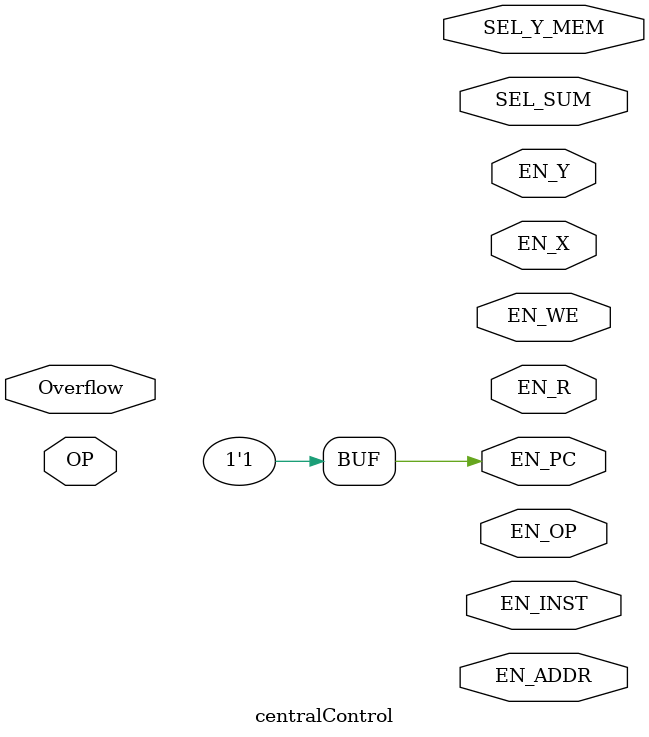
<source format=v>
module centralControl ( input [2:0] OP, input Overflow, output EN_PC, EN_INST, EN_ADDR, EN_Y, EN_OP, EN_X, SEL_SUM, SEL_Y_MEM, EN_R, EN_WE );
	
	assign EN_PC = 1'b1;
endmodule

</source>
